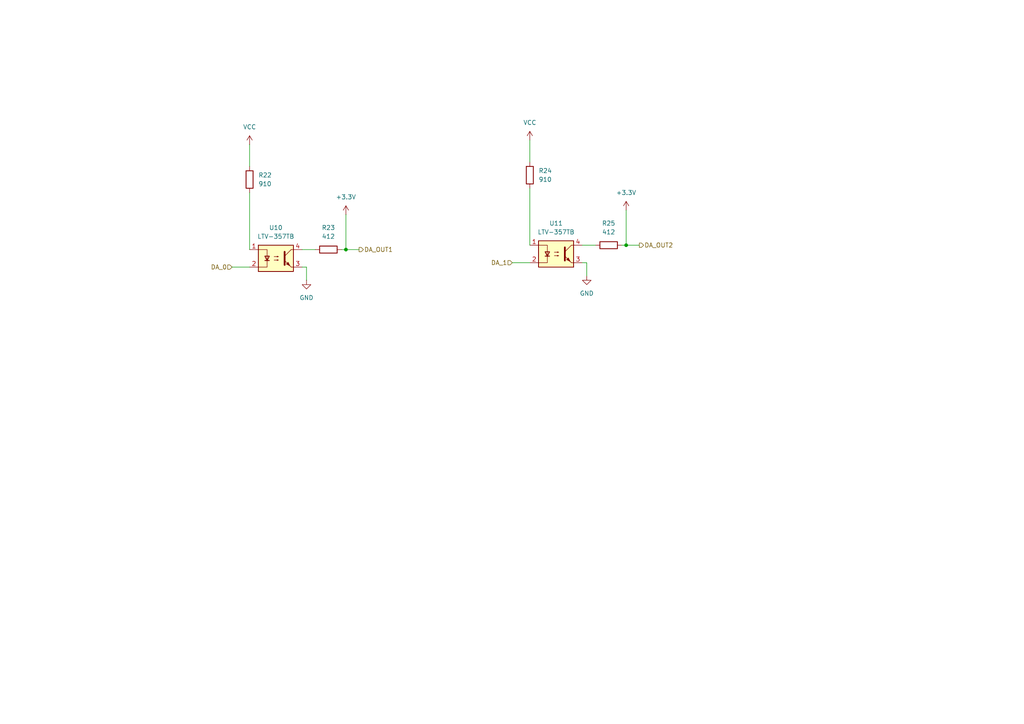
<source format=kicad_sch>
(kicad_sch
	(version 20250114)
	(generator "eeschema")
	(generator_version "9.0")
	(uuid "2c1e36a9-cd41-4b70-bca1-663758795e63")
	(paper "A4")
	(lib_symbols
		(symbol "Device:R"
			(pin_numbers
				(hide yes)
			)
			(pin_names
				(offset 0)
			)
			(exclude_from_sim no)
			(in_bom yes)
			(on_board yes)
			(property "Reference" "R"
				(at 2.032 0 90)
				(effects
					(font
						(size 1.27 1.27)
					)
				)
			)
			(property "Value" "R"
				(at 0 0 90)
				(effects
					(font
						(size 1.27 1.27)
					)
				)
			)
			(property "Footprint" ""
				(at -1.778 0 90)
				(effects
					(font
						(size 1.27 1.27)
					)
					(hide yes)
				)
			)
			(property "Datasheet" "~"
				(at 0 0 0)
				(effects
					(font
						(size 1.27 1.27)
					)
					(hide yes)
				)
			)
			(property "Description" "Resistor"
				(at 0 0 0)
				(effects
					(font
						(size 1.27 1.27)
					)
					(hide yes)
				)
			)
			(property "ki_keywords" "R res resistor"
				(at 0 0 0)
				(effects
					(font
						(size 1.27 1.27)
					)
					(hide yes)
				)
			)
			(property "ki_fp_filters" "R_*"
				(at 0 0 0)
				(effects
					(font
						(size 1.27 1.27)
					)
					(hide yes)
				)
			)
			(symbol "R_0_1"
				(rectangle
					(start -1.016 -2.54)
					(end 1.016 2.54)
					(stroke
						(width 0.254)
						(type default)
					)
					(fill
						(type none)
					)
				)
			)
			(symbol "R_1_1"
				(pin passive line
					(at 0 3.81 270)
					(length 1.27)
					(name "~"
						(effects
							(font
								(size 1.27 1.27)
							)
						)
					)
					(number "1"
						(effects
							(font
								(size 1.27 1.27)
							)
						)
					)
				)
				(pin passive line
					(at 0 -3.81 90)
					(length 1.27)
					(name "~"
						(effects
							(font
								(size 1.27 1.27)
							)
						)
					)
					(number "2"
						(effects
							(font
								(size 1.27 1.27)
							)
						)
					)
				)
			)
			(embedded_fonts no)
		)
		(symbol "Isolator:LTV-357T"
			(pin_names
				(offset 1.016)
			)
			(exclude_from_sim no)
			(in_bom yes)
			(on_board yes)
			(property "Reference" "U"
				(at -5.334 4.826 0)
				(effects
					(font
						(size 1.27 1.27)
					)
					(justify left)
				)
			)
			(property "Value" "LTV-357T"
				(at 0 5.08 0)
				(effects
					(font
						(size 1.27 1.27)
					)
					(justify left)
				)
			)
			(property "Footprint" "Package_SO:SO-4_4.4x3.6mm_P2.54mm"
				(at -5.08 -5.08 0)
				(effects
					(font
						(size 1.27 1.27)
						(italic yes)
					)
					(justify left)
					(hide yes)
				)
			)
			(property "Datasheet" "https://www.buerklin.com/medias/sys_master/download/download/h91/ha0/8892020588574.pdf"
				(at 0 0 0)
				(effects
					(font
						(size 1.27 1.27)
					)
					(justify left)
					(hide yes)
				)
			)
			(property "Description" "DC Optocoupler, Vce 35V, CTR 50%, SO-4"
				(at 0 0 0)
				(effects
					(font
						(size 1.27 1.27)
					)
					(hide yes)
				)
			)
			(property "ki_keywords" "NPN DC Optocoupler"
				(at 0 0 0)
				(effects
					(font
						(size 1.27 1.27)
					)
					(hide yes)
				)
			)
			(property "ki_fp_filters" "SO*4.4x3.6mm*P2.54mm*"
				(at 0 0 0)
				(effects
					(font
						(size 1.27 1.27)
					)
					(hide yes)
				)
			)
			(symbol "LTV-357T_0_1"
				(rectangle
					(start -5.08 3.81)
					(end 5.08 -3.81)
					(stroke
						(width 0.254)
						(type default)
					)
					(fill
						(type background)
					)
				)
				(polyline
					(pts
						(xy -5.08 2.54) (xy -2.54 2.54) (xy -2.54 -0.762)
					)
					(stroke
						(width 0)
						(type default)
					)
					(fill
						(type none)
					)
				)
				(polyline
					(pts
						(xy -3.175 -0.635) (xy -1.905 -0.635)
					)
					(stroke
						(width 0.254)
						(type default)
					)
					(fill
						(type none)
					)
				)
				(polyline
					(pts
						(xy -2.54 -0.635) (xy -2.54 -2.54) (xy -5.08 -2.54)
					)
					(stroke
						(width 0)
						(type default)
					)
					(fill
						(type none)
					)
				)
				(polyline
					(pts
						(xy -2.54 -0.635) (xy -3.175 0.635) (xy -1.905 0.635) (xy -2.54 -0.635)
					)
					(stroke
						(width 0.254)
						(type default)
					)
					(fill
						(type none)
					)
				)
				(polyline
					(pts
						(xy -0.508 0.508) (xy 0.762 0.508) (xy 0.381 0.381) (xy 0.381 0.635) (xy 0.762 0.508)
					)
					(stroke
						(width 0)
						(type default)
					)
					(fill
						(type none)
					)
				)
				(polyline
					(pts
						(xy -0.508 -0.508) (xy 0.762 -0.508) (xy 0.381 -0.635) (xy 0.381 -0.381) (xy 0.762 -0.508)
					)
					(stroke
						(width 0)
						(type default)
					)
					(fill
						(type none)
					)
				)
				(polyline
					(pts
						(xy 2.54 1.905) (xy 2.54 -1.905) (xy 2.54 -1.905)
					)
					(stroke
						(width 0.508)
						(type default)
					)
					(fill
						(type none)
					)
				)
				(polyline
					(pts
						(xy 2.54 0.635) (xy 4.445 2.54)
					)
					(stroke
						(width 0)
						(type default)
					)
					(fill
						(type none)
					)
				)
				(polyline
					(pts
						(xy 3.048 -1.651) (xy 3.556 -1.143) (xy 4.064 -2.159) (xy 3.048 -1.651) (xy 3.048 -1.651)
					)
					(stroke
						(width 0)
						(type default)
					)
					(fill
						(type outline)
					)
				)
				(polyline
					(pts
						(xy 4.445 2.54) (xy 5.08 2.54)
					)
					(stroke
						(width 0)
						(type default)
					)
					(fill
						(type none)
					)
				)
				(polyline
					(pts
						(xy 4.445 -2.54) (xy 2.54 -0.635)
					)
					(stroke
						(width 0)
						(type default)
					)
					(fill
						(type outline)
					)
				)
				(polyline
					(pts
						(xy 4.445 -2.54) (xy 5.08 -2.54)
					)
					(stroke
						(width 0)
						(type default)
					)
					(fill
						(type none)
					)
				)
			)
			(symbol "LTV-357T_1_1"
				(pin passive line
					(at -7.62 2.54 0)
					(length 2.54)
					(name "~"
						(effects
							(font
								(size 1.27 1.27)
							)
						)
					)
					(number "1"
						(effects
							(font
								(size 1.27 1.27)
							)
						)
					)
				)
				(pin passive line
					(at -7.62 -2.54 0)
					(length 2.54)
					(name "~"
						(effects
							(font
								(size 1.27 1.27)
							)
						)
					)
					(number "2"
						(effects
							(font
								(size 1.27 1.27)
							)
						)
					)
				)
				(pin passive line
					(at 7.62 2.54 180)
					(length 2.54)
					(name "~"
						(effects
							(font
								(size 1.27 1.27)
							)
						)
					)
					(number "4"
						(effects
							(font
								(size 1.27 1.27)
							)
						)
					)
				)
				(pin passive line
					(at 7.62 -2.54 180)
					(length 2.54)
					(name "~"
						(effects
							(font
								(size 1.27 1.27)
							)
						)
					)
					(number "3"
						(effects
							(font
								(size 1.27 1.27)
							)
						)
					)
				)
			)
			(embedded_fonts no)
		)
		(symbol "power:+3.3V"
			(power)
			(pin_numbers
				(hide yes)
			)
			(pin_names
				(offset 0)
				(hide yes)
			)
			(exclude_from_sim no)
			(in_bom yes)
			(on_board yes)
			(property "Reference" "#PWR"
				(at 0 -3.81 0)
				(effects
					(font
						(size 1.27 1.27)
					)
					(hide yes)
				)
			)
			(property "Value" "+3.3V"
				(at 0 3.556 0)
				(effects
					(font
						(size 1.27 1.27)
					)
				)
			)
			(property "Footprint" ""
				(at 0 0 0)
				(effects
					(font
						(size 1.27 1.27)
					)
					(hide yes)
				)
			)
			(property "Datasheet" ""
				(at 0 0 0)
				(effects
					(font
						(size 1.27 1.27)
					)
					(hide yes)
				)
			)
			(property "Description" "Power symbol creates a global label with name \"+3.3V\""
				(at 0 0 0)
				(effects
					(font
						(size 1.27 1.27)
					)
					(hide yes)
				)
			)
			(property "ki_keywords" "global power"
				(at 0 0 0)
				(effects
					(font
						(size 1.27 1.27)
					)
					(hide yes)
				)
			)
			(symbol "+3.3V_0_1"
				(polyline
					(pts
						(xy -0.762 1.27) (xy 0 2.54)
					)
					(stroke
						(width 0)
						(type default)
					)
					(fill
						(type none)
					)
				)
				(polyline
					(pts
						(xy 0 2.54) (xy 0.762 1.27)
					)
					(stroke
						(width 0)
						(type default)
					)
					(fill
						(type none)
					)
				)
				(polyline
					(pts
						(xy 0 0) (xy 0 2.54)
					)
					(stroke
						(width 0)
						(type default)
					)
					(fill
						(type none)
					)
				)
			)
			(symbol "+3.3V_1_1"
				(pin power_in line
					(at 0 0 90)
					(length 0)
					(name "~"
						(effects
							(font
								(size 1.27 1.27)
							)
						)
					)
					(number "1"
						(effects
							(font
								(size 1.27 1.27)
							)
						)
					)
				)
			)
			(embedded_fonts no)
		)
		(symbol "power:GND"
			(power)
			(pin_numbers
				(hide yes)
			)
			(pin_names
				(offset 0)
				(hide yes)
			)
			(exclude_from_sim no)
			(in_bom yes)
			(on_board yes)
			(property "Reference" "#PWR"
				(at 0 -6.35 0)
				(effects
					(font
						(size 1.27 1.27)
					)
					(hide yes)
				)
			)
			(property "Value" "GND"
				(at 0 -3.81 0)
				(effects
					(font
						(size 1.27 1.27)
					)
				)
			)
			(property "Footprint" ""
				(at 0 0 0)
				(effects
					(font
						(size 1.27 1.27)
					)
					(hide yes)
				)
			)
			(property "Datasheet" ""
				(at 0 0 0)
				(effects
					(font
						(size 1.27 1.27)
					)
					(hide yes)
				)
			)
			(property "Description" "Power symbol creates a global label with name \"GND\" , ground"
				(at 0 0 0)
				(effects
					(font
						(size 1.27 1.27)
					)
					(hide yes)
				)
			)
			(property "ki_keywords" "global power"
				(at 0 0 0)
				(effects
					(font
						(size 1.27 1.27)
					)
					(hide yes)
				)
			)
			(symbol "GND_0_1"
				(polyline
					(pts
						(xy 0 0) (xy 0 -1.27) (xy 1.27 -1.27) (xy 0 -2.54) (xy -1.27 -1.27) (xy 0 -1.27)
					)
					(stroke
						(width 0)
						(type default)
					)
					(fill
						(type none)
					)
				)
			)
			(symbol "GND_1_1"
				(pin power_in line
					(at 0 0 270)
					(length 0)
					(name "~"
						(effects
							(font
								(size 1.27 1.27)
							)
						)
					)
					(number "1"
						(effects
							(font
								(size 1.27 1.27)
							)
						)
					)
				)
			)
			(embedded_fonts no)
		)
		(symbol "power:VCC"
			(power)
			(pin_numbers
				(hide yes)
			)
			(pin_names
				(offset 0)
				(hide yes)
			)
			(exclude_from_sim no)
			(in_bom yes)
			(on_board yes)
			(property "Reference" "#PWR"
				(at 0 -3.81 0)
				(effects
					(font
						(size 1.27 1.27)
					)
					(hide yes)
				)
			)
			(property "Value" "VCC"
				(at 0 3.556 0)
				(effects
					(font
						(size 1.27 1.27)
					)
				)
			)
			(property "Footprint" ""
				(at 0 0 0)
				(effects
					(font
						(size 1.27 1.27)
					)
					(hide yes)
				)
			)
			(property "Datasheet" ""
				(at 0 0 0)
				(effects
					(font
						(size 1.27 1.27)
					)
					(hide yes)
				)
			)
			(property "Description" "Power symbol creates a global label with name \"VCC\""
				(at 0 0 0)
				(effects
					(font
						(size 1.27 1.27)
					)
					(hide yes)
				)
			)
			(property "ki_keywords" "global power"
				(at 0 0 0)
				(effects
					(font
						(size 1.27 1.27)
					)
					(hide yes)
				)
			)
			(symbol "VCC_0_1"
				(polyline
					(pts
						(xy -0.762 1.27) (xy 0 2.54)
					)
					(stroke
						(width 0)
						(type default)
					)
					(fill
						(type none)
					)
				)
				(polyline
					(pts
						(xy 0 2.54) (xy 0.762 1.27)
					)
					(stroke
						(width 0)
						(type default)
					)
					(fill
						(type none)
					)
				)
				(polyline
					(pts
						(xy 0 0) (xy 0 2.54)
					)
					(stroke
						(width 0)
						(type default)
					)
					(fill
						(type none)
					)
				)
			)
			(symbol "VCC_1_1"
				(pin power_in line
					(at 0 0 90)
					(length 0)
					(name "~"
						(effects
							(font
								(size 1.27 1.27)
							)
						)
					)
					(number "1"
						(effects
							(font
								(size 1.27 1.27)
							)
						)
					)
				)
			)
			(embedded_fonts no)
		)
	)
	(junction
		(at 100.33 72.39)
		(diameter 0)
		(color 0 0 0 0)
		(uuid "42b371df-685d-4eae-95e0-44359926e74e")
	)
	(junction
		(at 181.61 71.12)
		(diameter 0)
		(color 0 0 0 0)
		(uuid "7efccf74-75f7-4498-a5d6-c1c1b152f3a8")
	)
	(wire
		(pts
			(xy 170.18 80.01) (xy 170.18 76.2)
		)
		(stroke
			(width 0)
			(type default)
		)
		(uuid "1a989265-bfc4-454e-9374-f6fe1f6a155d")
	)
	(wire
		(pts
			(xy 67.31 77.47) (xy 72.39 77.47)
		)
		(stroke
			(width 0)
			(type default)
		)
		(uuid "4daae772-259b-4f35-b4b8-a1290f889d36")
	)
	(wire
		(pts
			(xy 72.39 41.91) (xy 72.39 48.26)
		)
		(stroke
			(width 0)
			(type default)
		)
		(uuid "500f63f2-37aa-4088-8fe0-c7f72e6f23d8")
	)
	(wire
		(pts
			(xy 72.39 55.88) (xy 72.39 72.39)
		)
		(stroke
			(width 0)
			(type default)
		)
		(uuid "55918415-3a94-4a75-b2e1-94ce55b717e0")
	)
	(wire
		(pts
			(xy 181.61 71.12) (xy 185.42 71.12)
		)
		(stroke
			(width 0)
			(type default)
		)
		(uuid "70799fab-92d5-4041-89ba-5dc908b3a874")
	)
	(wire
		(pts
			(xy 180.34 71.12) (xy 181.61 71.12)
		)
		(stroke
			(width 0)
			(type default)
		)
		(uuid "8119c2f6-cb27-4960-92a8-8a3846573f64")
	)
	(wire
		(pts
			(xy 168.91 71.12) (xy 172.72 71.12)
		)
		(stroke
			(width 0)
			(type default)
		)
		(uuid "93bab075-87c9-4855-9873-393ac4baacbd")
	)
	(wire
		(pts
			(xy 100.33 72.39) (xy 104.14 72.39)
		)
		(stroke
			(width 0)
			(type default)
		)
		(uuid "9b55ec97-10c0-4293-ac81-a131484ac7bc")
	)
	(wire
		(pts
			(xy 100.33 62.23) (xy 100.33 72.39)
		)
		(stroke
			(width 0)
			(type default)
		)
		(uuid "a15300c1-e490-4c93-b268-335bdf604d99")
	)
	(wire
		(pts
			(xy 88.9 81.28) (xy 88.9 77.47)
		)
		(stroke
			(width 0)
			(type default)
		)
		(uuid "ab6d78c9-1cb2-4cf4-8969-bdb5519aca6e")
	)
	(wire
		(pts
			(xy 153.67 54.61) (xy 153.67 71.12)
		)
		(stroke
			(width 0)
			(type default)
		)
		(uuid "adb6efaf-049d-40b0-b387-b1584d6de177")
	)
	(wire
		(pts
			(xy 99.06 72.39) (xy 100.33 72.39)
		)
		(stroke
			(width 0)
			(type default)
		)
		(uuid "b6f06021-4054-4878-9bfc-a4eadc24b134")
	)
	(wire
		(pts
			(xy 88.9 77.47) (xy 87.63 77.47)
		)
		(stroke
			(width 0)
			(type default)
		)
		(uuid "d0a102b5-fd5e-4976-bfa5-ce226e53a9c4")
	)
	(wire
		(pts
			(xy 153.67 40.64) (xy 153.67 46.99)
		)
		(stroke
			(width 0)
			(type default)
		)
		(uuid "ded6c4b7-0219-4b5e-af8a-ec771ae71a23")
	)
	(wire
		(pts
			(xy 87.63 72.39) (xy 91.44 72.39)
		)
		(stroke
			(width 0)
			(type default)
		)
		(uuid "e1960091-4023-4b50-88d1-a05e6812396b")
	)
	(wire
		(pts
			(xy 181.61 60.96) (xy 181.61 71.12)
		)
		(stroke
			(width 0)
			(type default)
		)
		(uuid "e3039ab8-61c0-4713-9fea-7b53b6006eba")
	)
	(wire
		(pts
			(xy 170.18 76.2) (xy 168.91 76.2)
		)
		(stroke
			(width 0)
			(type default)
		)
		(uuid "e576a710-db1f-4b2f-8bad-c590e1bfa775")
	)
	(wire
		(pts
			(xy 148.59 76.2) (xy 153.67 76.2)
		)
		(stroke
			(width 0)
			(type default)
		)
		(uuid "f6c5c9cf-8035-4e64-a4b1-00e630e74cb9")
	)
	(hierarchical_label "DA_0"
		(shape input)
		(at 67.31 77.47 180)
		(effects
			(font
				(size 1.27 1.27)
			)
			(justify right)
		)
		(uuid "4494774f-6ecb-46fa-8252-7b166dd5edc3")
	)
	(hierarchical_label "DA_OUT2"
		(shape output)
		(at 185.42 71.12 0)
		(effects
			(font
				(size 1.27 1.27)
			)
			(justify left)
		)
		(uuid "82367224-476f-44ef-bbd0-0c64208affdb")
	)
	(hierarchical_label "DA_OUT1"
		(shape output)
		(at 104.14 72.39 0)
		(effects
			(font
				(size 1.27 1.27)
			)
			(justify left)
		)
		(uuid "8c438071-8c80-4631-9fe3-baf994607a8a")
	)
	(hierarchical_label "DA_1"
		(shape input)
		(at 148.59 76.2 180)
		(effects
			(font
				(size 1.27 1.27)
			)
			(justify right)
		)
		(uuid "ad5e88d0-9e09-40b4-9b8f-fa289e25e6ea")
	)
	(symbol
		(lib_id "Device:R")
		(at 176.53 71.12 270)
		(unit 1)
		(exclude_from_sim no)
		(in_bom yes)
		(on_board yes)
		(dnp no)
		(fields_autoplaced yes)
		(uuid "19fc35f4-e7d7-4652-9b7a-2bea850b2059")
		(property "Reference" "R25"
			(at 176.53 64.77 90)
			(effects
				(font
					(size 1.27 1.27)
				)
			)
		)
		(property "Value" "412"
			(at 176.53 67.31 90)
			(effects
				(font
					(size 1.27 1.27)
				)
			)
		)
		(property "Footprint" "PCM_Resistor_SMD_AKL:R_0603_1608Metric"
			(at 176.53 69.342 90)
			(effects
				(font
					(size 1.27 1.27)
				)
				(hide yes)
			)
		)
		(property "Datasheet" "~"
			(at 176.53 71.12 0)
			(effects
				(font
					(size 1.27 1.27)
				)
				(hide yes)
			)
		)
		(property "Description" "Resistor"
			(at 176.53 71.12 0)
			(effects
				(font
					(size 1.27 1.27)
				)
				(hide yes)
			)
		)
		(pin "1"
			(uuid "a651b2d9-31c0-45fe-ae59-958adb8ec2da")
		)
		(pin "2"
			(uuid "4919cc7a-c5ba-46ed-b3b8-c9bef7c02fd3")
		)
		(instances
			(project "NIVARA PROJECT"
				(path "/dc6fb271-dfd0-4448-98f1-862b1cc93a80/2ca62569-d560-4cca-9470-52fd378086ae/15cacb5b-2319-47d5-b4b2-e2c119aa60ab"
					(reference "R25")
					(unit 1)
				)
			)
		)
	)
	(symbol
		(lib_id "Isolator:LTV-357T")
		(at 80.01 74.93 0)
		(unit 1)
		(exclude_from_sim no)
		(in_bom yes)
		(on_board yes)
		(dnp no)
		(fields_autoplaced yes)
		(uuid "397c155b-0d18-4b27-bcde-e9eef753e0c8")
		(property "Reference" "U10"
			(at 80.01 66.04 0)
			(effects
				(font
					(size 1.27 1.27)
				)
			)
		)
		(property "Value" "LTV-357TB"
			(at 80.01 68.58 0)
			(effects
				(font
					(size 1.27 1.27)
				)
			)
		)
		(property "Footprint" "Package_SO:SO-4_4.4x3.6mm_P2.54mm"
			(at 74.93 80.01 0)
			(effects
				(font
					(size 1.27 1.27)
					(italic yes)
				)
				(justify left)
				(hide yes)
			)
		)
		(property "Datasheet" "https://www.buerklin.com/medias/sys_master/download/download/h91/ha0/8892020588574.pdf"
			(at 80.01 74.93 0)
			(effects
				(font
					(size 1.27 1.27)
				)
				(justify left)
				(hide yes)
			)
		)
		(property "Description" "DC Optocoupler, Vce 35V, CTR 50%, SO-4"
			(at 80.01 74.93 0)
			(effects
				(font
					(size 1.27 1.27)
				)
				(hide yes)
			)
		)
		(pin "3"
			(uuid "258dab4e-ca1a-4780-bfc5-02eae31d590c")
		)
		(pin "1"
			(uuid "4de9a020-9cbf-4efa-ac23-a27076cb1124")
		)
		(pin "2"
			(uuid "eaa348d6-5a42-45de-9dce-2d48c46ac1a8")
		)
		(pin "4"
			(uuid "86141d65-f3fe-45df-97db-040346f8a861")
		)
		(instances
			(project "NIVARA PROJECT"
				(path "/dc6fb271-dfd0-4448-98f1-862b1cc93a80/2ca62569-d560-4cca-9470-52fd378086ae/15cacb5b-2319-47d5-b4b2-e2c119aa60ab"
					(reference "U10")
					(unit 1)
				)
			)
		)
	)
	(symbol
		(lib_id "power:GND")
		(at 88.9 81.28 0)
		(unit 1)
		(exclude_from_sim no)
		(in_bom yes)
		(on_board yes)
		(dnp no)
		(fields_autoplaced yes)
		(uuid "3ef5136a-590d-450b-8227-92842dfdb9f6")
		(property "Reference" "#PWR047"
			(at 88.9 87.63 0)
			(effects
				(font
					(size 1.27 1.27)
				)
				(hide yes)
			)
		)
		(property "Value" "GND"
			(at 88.9 86.36 0)
			(effects
				(font
					(size 1.27 1.27)
				)
			)
		)
		(property "Footprint" ""
			(at 88.9 81.28 0)
			(effects
				(font
					(size 1.27 1.27)
				)
				(hide yes)
			)
		)
		(property "Datasheet" ""
			(at 88.9 81.28 0)
			(effects
				(font
					(size 1.27 1.27)
				)
				(hide yes)
			)
		)
		(property "Description" "Power symbol creates a global label with name \"GND\" , ground"
			(at 88.9 81.28 0)
			(effects
				(font
					(size 1.27 1.27)
				)
				(hide yes)
			)
		)
		(pin "1"
			(uuid "1d3f5112-b959-47e3-ac9f-69c55447f333")
		)
		(instances
			(project "NIVARA PROJECT"
				(path "/dc6fb271-dfd0-4448-98f1-862b1cc93a80/2ca62569-d560-4cca-9470-52fd378086ae/15cacb5b-2319-47d5-b4b2-e2c119aa60ab"
					(reference "#PWR047")
					(unit 1)
				)
			)
		)
	)
	(symbol
		(lib_id "Device:R")
		(at 153.67 50.8 180)
		(unit 1)
		(exclude_from_sim no)
		(in_bom yes)
		(on_board yes)
		(dnp no)
		(fields_autoplaced yes)
		(uuid "514d3a96-22ae-4818-bdd4-88ca51fb5d32")
		(property "Reference" "R24"
			(at 156.21 49.5299 0)
			(effects
				(font
					(size 1.27 1.27)
				)
				(justify right)
			)
		)
		(property "Value" "910"
			(at 156.21 52.0699 0)
			(effects
				(font
					(size 1.27 1.27)
				)
				(justify right)
			)
		)
		(property "Footprint" "Resistor_SMD:R_0603_1608Metric"
			(at 155.448 50.8 90)
			(effects
				(font
					(size 1.27 1.27)
				)
				(hide yes)
			)
		)
		(property "Datasheet" "~"
			(at 153.67 50.8 0)
			(effects
				(font
					(size 1.27 1.27)
				)
				(hide yes)
			)
		)
		(property "Description" "Resistor"
			(at 153.67 50.8 0)
			(effects
				(font
					(size 1.27 1.27)
				)
				(hide yes)
			)
		)
		(property "LCSC#" "C114670"
			(at 153.67 50.8 90)
			(effects
				(font
					(size 1.27 1.27)
				)
				(hide yes)
			)
		)
		(pin "1"
			(uuid "67ee0b72-18dd-454b-841d-a2df6c00e658")
		)
		(pin "2"
			(uuid "a1ecf00d-59c3-4b2f-95f2-cf47820849f8")
		)
		(instances
			(project "NIVARA PROJECT"
				(path "/dc6fb271-dfd0-4448-98f1-862b1cc93a80/2ca62569-d560-4cca-9470-52fd378086ae/15cacb5b-2319-47d5-b4b2-e2c119aa60ab"
					(reference "R24")
					(unit 1)
				)
			)
		)
	)
	(symbol
		(lib_id "power:GND")
		(at 170.18 80.01 0)
		(unit 1)
		(exclude_from_sim no)
		(in_bom yes)
		(on_board yes)
		(dnp no)
		(fields_autoplaced yes)
		(uuid "54990659-561b-40ac-be3a-43c3087b487d")
		(property "Reference" "#PWR050"
			(at 170.18 86.36 0)
			(effects
				(font
					(size 1.27 1.27)
				)
				(hide yes)
			)
		)
		(property "Value" "GND"
			(at 170.18 85.09 0)
			(effects
				(font
					(size 1.27 1.27)
				)
			)
		)
		(property "Footprint" ""
			(at 170.18 80.01 0)
			(effects
				(font
					(size 1.27 1.27)
				)
				(hide yes)
			)
		)
		(property "Datasheet" ""
			(at 170.18 80.01 0)
			(effects
				(font
					(size 1.27 1.27)
				)
				(hide yes)
			)
		)
		(property "Description" "Power symbol creates a global label with name \"GND\" , ground"
			(at 170.18 80.01 0)
			(effects
				(font
					(size 1.27 1.27)
				)
				(hide yes)
			)
		)
		(pin "1"
			(uuid "4fc68d4f-e7b7-40fc-9b3f-bf7b3921e9c5")
		)
		(instances
			(project "NIVARA PROJECT"
				(path "/dc6fb271-dfd0-4448-98f1-862b1cc93a80/2ca62569-d560-4cca-9470-52fd378086ae/15cacb5b-2319-47d5-b4b2-e2c119aa60ab"
					(reference "#PWR050")
					(unit 1)
				)
			)
		)
	)
	(symbol
		(lib_id "power:+3.3V")
		(at 181.61 60.96 0)
		(unit 1)
		(exclude_from_sim no)
		(in_bom yes)
		(on_board yes)
		(dnp no)
		(fields_autoplaced yes)
		(uuid "65a6b5ab-d9e1-4515-b4ab-69c7c03a201b")
		(property "Reference" "#PWR051"
			(at 181.61 64.77 0)
			(effects
				(font
					(size 1.27 1.27)
				)
				(hide yes)
			)
		)
		(property "Value" "+3.3V"
			(at 181.61 55.88 0)
			(effects
				(font
					(size 1.27 1.27)
				)
			)
		)
		(property "Footprint" ""
			(at 181.61 60.96 0)
			(effects
				(font
					(size 1.27 1.27)
				)
				(hide yes)
			)
		)
		(property "Datasheet" ""
			(at 181.61 60.96 0)
			(effects
				(font
					(size 1.27 1.27)
				)
				(hide yes)
			)
		)
		(property "Description" "Power symbol creates a global label with name \"+3.3V\""
			(at 181.61 60.96 0)
			(effects
				(font
					(size 1.27 1.27)
				)
				(hide yes)
			)
		)
		(pin "1"
			(uuid "15d51bf1-4712-48b9-8454-b66505909fa5")
		)
		(instances
			(project "NIVARA PROJECT"
				(path "/dc6fb271-dfd0-4448-98f1-862b1cc93a80/2ca62569-d560-4cca-9470-52fd378086ae/15cacb5b-2319-47d5-b4b2-e2c119aa60ab"
					(reference "#PWR051")
					(unit 1)
				)
			)
		)
	)
	(symbol
		(lib_id "Device:R")
		(at 72.39 52.07 180)
		(unit 1)
		(exclude_from_sim no)
		(in_bom yes)
		(on_board yes)
		(dnp no)
		(fields_autoplaced yes)
		(uuid "8c55c2f0-3508-4fc4-9733-763f9e806685")
		(property "Reference" "R22"
			(at 74.93 50.7999 0)
			(effects
				(font
					(size 1.27 1.27)
				)
				(justify right)
			)
		)
		(property "Value" "910"
			(at 74.93 53.3399 0)
			(effects
				(font
					(size 1.27 1.27)
				)
				(justify right)
			)
		)
		(property "Footprint" "Resistor_SMD:R_0603_1608Metric"
			(at 74.168 52.07 90)
			(effects
				(font
					(size 1.27 1.27)
				)
				(hide yes)
			)
		)
		(property "Datasheet" "~"
			(at 72.39 52.07 0)
			(effects
				(font
					(size 1.27 1.27)
				)
				(hide yes)
			)
		)
		(property "Description" "Resistor"
			(at 72.39 52.07 0)
			(effects
				(font
					(size 1.27 1.27)
				)
				(hide yes)
			)
		)
		(property "LCSC#" "C114670"
			(at 72.39 52.07 90)
			(effects
				(font
					(size 1.27 1.27)
				)
				(hide yes)
			)
		)
		(pin "1"
			(uuid "13fd9e4c-cd46-4b66-8dbb-649cd0384a25")
		)
		(pin "2"
			(uuid "4e7df92f-87a8-484d-b9cc-7c81e9866881")
		)
		(instances
			(project "NIVARA PROJECT"
				(path "/dc6fb271-dfd0-4448-98f1-862b1cc93a80/2ca62569-d560-4cca-9470-52fd378086ae/15cacb5b-2319-47d5-b4b2-e2c119aa60ab"
					(reference "R22")
					(unit 1)
				)
			)
		)
	)
	(symbol
		(lib_id "Isolator:LTV-357T")
		(at 161.29 73.66 0)
		(unit 1)
		(exclude_from_sim no)
		(in_bom yes)
		(on_board yes)
		(dnp no)
		(fields_autoplaced yes)
		(uuid "9958da5e-c50b-446d-8310-538dbd064731")
		(property "Reference" "U11"
			(at 161.29 64.77 0)
			(effects
				(font
					(size 1.27 1.27)
				)
			)
		)
		(property "Value" "LTV-357TB"
			(at 161.29 67.31 0)
			(effects
				(font
					(size 1.27 1.27)
				)
			)
		)
		(property "Footprint" "Package_SO:SO-4_4.4x3.6mm_P2.54mm"
			(at 156.21 78.74 0)
			(effects
				(font
					(size 1.27 1.27)
					(italic yes)
				)
				(justify left)
				(hide yes)
			)
		)
		(property "Datasheet" "https://www.buerklin.com/medias/sys_master/download/download/h91/ha0/8892020588574.pdf"
			(at 161.29 73.66 0)
			(effects
				(font
					(size 1.27 1.27)
				)
				(justify left)
				(hide yes)
			)
		)
		(property "Description" "DC Optocoupler, Vce 35V, CTR 50%, SO-4"
			(at 161.29 73.66 0)
			(effects
				(font
					(size 1.27 1.27)
				)
				(hide yes)
			)
		)
		(pin "3"
			(uuid "8ffd2232-8f49-4d0f-a758-8f92c4092143")
		)
		(pin "1"
			(uuid "011c60ac-eb03-4eee-94a2-cb29f063bcd7")
		)
		(pin "2"
			(uuid "2c2850bc-1334-43fa-a6e8-3436a3d32540")
		)
		(pin "4"
			(uuid "459837a4-0d2e-41b1-bf01-7879083701a1")
		)
		(instances
			(project "NIVARA PROJECT"
				(path "/dc6fb271-dfd0-4448-98f1-862b1cc93a80/2ca62569-d560-4cca-9470-52fd378086ae/15cacb5b-2319-47d5-b4b2-e2c119aa60ab"
					(reference "U11")
					(unit 1)
				)
			)
		)
	)
	(symbol
		(lib_id "power:VCC")
		(at 153.67 40.64 0)
		(unit 1)
		(exclude_from_sim no)
		(in_bom yes)
		(on_board yes)
		(dnp no)
		(fields_autoplaced yes)
		(uuid "a909a67a-ce57-4a60-a565-185e84c171e1")
		(property "Reference" "#PWR049"
			(at 153.67 44.45 0)
			(effects
				(font
					(size 1.27 1.27)
				)
				(hide yes)
			)
		)
		(property "Value" "VCC"
			(at 153.67 35.56 0)
			(effects
				(font
					(size 1.27 1.27)
				)
			)
		)
		(property "Footprint" ""
			(at 153.67 40.64 0)
			(effects
				(font
					(size 1.27 1.27)
				)
				(hide yes)
			)
		)
		(property "Datasheet" ""
			(at 153.67 40.64 0)
			(effects
				(font
					(size 1.27 1.27)
				)
				(hide yes)
			)
		)
		(property "Description" "Power symbol creates a global label with name \"VCC\""
			(at 153.67 40.64 0)
			(effects
				(font
					(size 1.27 1.27)
				)
				(hide yes)
			)
		)
		(pin "1"
			(uuid "5c1d0d90-4fcf-4ec9-aaaa-557677f23caf")
		)
		(instances
			(project "NIVARA PROJECT"
				(path "/dc6fb271-dfd0-4448-98f1-862b1cc93a80/2ca62569-d560-4cca-9470-52fd378086ae/15cacb5b-2319-47d5-b4b2-e2c119aa60ab"
					(reference "#PWR049")
					(unit 1)
				)
			)
		)
	)
	(symbol
		(lib_id "power:VCC")
		(at 72.39 41.91 0)
		(unit 1)
		(exclude_from_sim no)
		(in_bom yes)
		(on_board yes)
		(dnp no)
		(fields_autoplaced yes)
		(uuid "b6b9ff29-3eb7-4723-b234-a7c15f69994d")
		(property "Reference" "#PWR046"
			(at 72.39 45.72 0)
			(effects
				(font
					(size 1.27 1.27)
				)
				(hide yes)
			)
		)
		(property "Value" "VCC"
			(at 72.39 36.83 0)
			(effects
				(font
					(size 1.27 1.27)
				)
			)
		)
		(property "Footprint" ""
			(at 72.39 41.91 0)
			(effects
				(font
					(size 1.27 1.27)
				)
				(hide yes)
			)
		)
		(property "Datasheet" ""
			(at 72.39 41.91 0)
			(effects
				(font
					(size 1.27 1.27)
				)
				(hide yes)
			)
		)
		(property "Description" "Power symbol creates a global label with name \"VCC\""
			(at 72.39 41.91 0)
			(effects
				(font
					(size 1.27 1.27)
				)
				(hide yes)
			)
		)
		(pin "1"
			(uuid "1480136f-8277-4579-a5a6-073953cb3bad")
		)
		(instances
			(project "NIVARA PROJECT"
				(path "/dc6fb271-dfd0-4448-98f1-862b1cc93a80/2ca62569-d560-4cca-9470-52fd378086ae/15cacb5b-2319-47d5-b4b2-e2c119aa60ab"
					(reference "#PWR046")
					(unit 1)
				)
			)
		)
	)
	(symbol
		(lib_id "power:+3.3V")
		(at 100.33 62.23 0)
		(unit 1)
		(exclude_from_sim no)
		(in_bom yes)
		(on_board yes)
		(dnp no)
		(fields_autoplaced yes)
		(uuid "f07e472a-d835-4d43-ae99-8f44ddd4915b")
		(property "Reference" "#PWR048"
			(at 100.33 66.04 0)
			(effects
				(font
					(size 1.27 1.27)
				)
				(hide yes)
			)
		)
		(property "Value" "+3.3V"
			(at 100.33 57.15 0)
			(effects
				(font
					(size 1.27 1.27)
				)
			)
		)
		(property "Footprint" ""
			(at 100.33 62.23 0)
			(effects
				(font
					(size 1.27 1.27)
				)
				(hide yes)
			)
		)
		(property "Datasheet" ""
			(at 100.33 62.23 0)
			(effects
				(font
					(size 1.27 1.27)
				)
				(hide yes)
			)
		)
		(property "Description" "Power symbol creates a global label with name \"+3.3V\""
			(at 100.33 62.23 0)
			(effects
				(font
					(size 1.27 1.27)
				)
				(hide yes)
			)
		)
		(pin "1"
			(uuid "10a820a6-cf7b-4427-88c6-9b43eb10c7f3")
		)
		(instances
			(project "NIVARA PROJECT"
				(path "/dc6fb271-dfd0-4448-98f1-862b1cc93a80/2ca62569-d560-4cca-9470-52fd378086ae/15cacb5b-2319-47d5-b4b2-e2c119aa60ab"
					(reference "#PWR048")
					(unit 1)
				)
			)
		)
	)
	(symbol
		(lib_id "Device:R")
		(at 95.25 72.39 270)
		(unit 1)
		(exclude_from_sim no)
		(in_bom yes)
		(on_board yes)
		(dnp no)
		(fields_autoplaced yes)
		(uuid "f2e9112d-69bf-44d5-9776-1bb60002bf0c")
		(property "Reference" "R23"
			(at 95.25 66.04 90)
			(effects
				(font
					(size 1.27 1.27)
				)
			)
		)
		(property "Value" "412"
			(at 95.25 68.58 90)
			(effects
				(font
					(size 1.27 1.27)
				)
			)
		)
		(property "Footprint" "PCM_Resistor_SMD_AKL:R_0603_1608Metric"
			(at 95.25 70.612 90)
			(effects
				(font
					(size 1.27 1.27)
				)
				(hide yes)
			)
		)
		(property "Datasheet" "~"
			(at 95.25 72.39 0)
			(effects
				(font
					(size 1.27 1.27)
				)
				(hide yes)
			)
		)
		(property "Description" "Resistor"
			(at 95.25 72.39 0)
			(effects
				(font
					(size 1.27 1.27)
				)
				(hide yes)
			)
		)
		(pin "1"
			(uuid "e8af5c13-755a-4eff-96ae-8ba116324b59")
		)
		(pin "2"
			(uuid "59027943-16c5-43cd-8255-2406d043e068")
		)
		(instances
			(project "NIVARA PROJECT"
				(path "/dc6fb271-dfd0-4448-98f1-862b1cc93a80/2ca62569-d560-4cca-9470-52fd378086ae/15cacb5b-2319-47d5-b4b2-e2c119aa60ab"
					(reference "R23")
					(unit 1)
				)
			)
		)
	)
)

</source>
